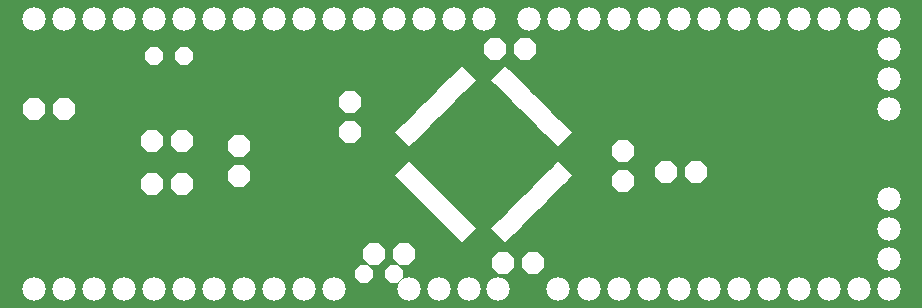
<source format=gbr>
G04 EAGLE Gerber RS-274X export*
G75*
%MOMM*%
%FSLAX34Y34*%
%LPD*%
%INSoldermask Top*%
%IPNEG*%
%AMOC8*
5,1,8,0,0,1.08239X$1,22.5*%
G01*
%ADD10P,1.951982X8X292.500000*%
%ADD11P,1.951982X8X22.500000*%
%ADD12P,1.951982X8X202.500000*%
%ADD13R,1.678200X0.503200*%
%ADD14C,1.981200*%
%ADD15P,1.649562X8X202.500000*%
%ADD16P,1.649562X8X22.500000*%
%ADD17P,1.951982X8X112.500000*%


D10*
X287700Y177800D03*
X287700Y152400D03*
D11*
X120300Y108900D03*
X145700Y108900D03*
D10*
X518800Y136700D03*
X518800Y111300D03*
D11*
X410400Y222900D03*
X435800Y222900D03*
D12*
X442700Y42100D03*
X417300Y42100D03*
D11*
X19700Y172100D03*
X45100Y172100D03*
X554700Y118600D03*
X580100Y118600D03*
X307880Y49000D03*
X333280Y49000D03*
X120300Y145000D03*
X145700Y145000D03*
D13*
G36*
X341322Y124097D02*
X329456Y112231D01*
X325898Y115789D01*
X337764Y127655D01*
X341322Y124097D01*
G37*
G36*
X344857Y120561D02*
X332991Y108695D01*
X329433Y112253D01*
X341299Y124119D01*
X344857Y120561D01*
G37*
G36*
X348393Y117026D02*
X336527Y105160D01*
X332969Y108718D01*
X344835Y120584D01*
X348393Y117026D01*
G37*
G36*
X351928Y113490D02*
X340062Y101624D01*
X336504Y105182D01*
X348370Y117048D01*
X351928Y113490D01*
G37*
G36*
X355464Y109955D02*
X343598Y98089D01*
X340040Y101647D01*
X351906Y113513D01*
X355464Y109955D01*
G37*
G36*
X358999Y106419D02*
X347133Y94553D01*
X343575Y98111D01*
X355441Y109977D01*
X358999Y106419D01*
G37*
G36*
X362535Y102884D02*
X350669Y91018D01*
X347111Y94576D01*
X358977Y106442D01*
X362535Y102884D01*
G37*
G36*
X366070Y99348D02*
X354204Y87482D01*
X350646Y91040D01*
X362512Y102906D01*
X366070Y99348D01*
G37*
G36*
X369606Y95812D02*
X357740Y83946D01*
X354182Y87504D01*
X366048Y99370D01*
X369606Y95812D01*
G37*
G36*
X373142Y92277D02*
X361276Y80411D01*
X357718Y83969D01*
X369584Y95835D01*
X373142Y92277D01*
G37*
G36*
X376677Y88741D02*
X364811Y76875D01*
X361253Y80433D01*
X373119Y92299D01*
X376677Y88741D01*
G37*
G36*
X380213Y85206D02*
X368347Y73340D01*
X364789Y76898D01*
X376655Y88764D01*
X380213Y85206D01*
G37*
G36*
X383748Y81670D02*
X371882Y69804D01*
X368324Y73362D01*
X380190Y85228D01*
X383748Y81670D01*
G37*
G36*
X387284Y78135D02*
X375418Y66269D01*
X371860Y69827D01*
X383726Y81693D01*
X387284Y78135D01*
G37*
G36*
X390819Y74599D02*
X378953Y62733D01*
X375395Y66291D01*
X387261Y78157D01*
X390819Y74599D01*
G37*
G36*
X394355Y71064D02*
X382489Y59198D01*
X378931Y62756D01*
X390797Y74622D01*
X394355Y71064D01*
G37*
G36*
X410603Y74622D02*
X422469Y62756D01*
X418911Y59198D01*
X407045Y71064D01*
X410603Y74622D01*
G37*
G36*
X414139Y78157D02*
X426005Y66291D01*
X422447Y62733D01*
X410581Y74599D01*
X414139Y78157D01*
G37*
G36*
X417674Y81693D02*
X429540Y69827D01*
X425982Y66269D01*
X414116Y78135D01*
X417674Y81693D01*
G37*
G36*
X421210Y85228D02*
X433076Y73362D01*
X429518Y69804D01*
X417652Y81670D01*
X421210Y85228D01*
G37*
G36*
X424745Y88764D02*
X436611Y76898D01*
X433053Y73340D01*
X421187Y85206D01*
X424745Y88764D01*
G37*
G36*
X428281Y92299D02*
X440147Y80433D01*
X436589Y76875D01*
X424723Y88741D01*
X428281Y92299D01*
G37*
G36*
X431816Y95835D02*
X443682Y83969D01*
X440124Y80411D01*
X428258Y92277D01*
X431816Y95835D01*
G37*
G36*
X435352Y99370D02*
X447218Y87504D01*
X443660Y83946D01*
X431794Y95812D01*
X435352Y99370D01*
G37*
G36*
X438888Y102906D02*
X450754Y91040D01*
X447196Y87482D01*
X435330Y99348D01*
X438888Y102906D01*
G37*
G36*
X442423Y106442D02*
X454289Y94576D01*
X450731Y91018D01*
X438865Y102884D01*
X442423Y106442D01*
G37*
G36*
X445959Y109977D02*
X457825Y98111D01*
X454267Y94553D01*
X442401Y106419D01*
X445959Y109977D01*
G37*
G36*
X449494Y113513D02*
X461360Y101647D01*
X457802Y98089D01*
X445936Y109955D01*
X449494Y113513D01*
G37*
G36*
X453030Y117048D02*
X464896Y105182D01*
X461338Y101624D01*
X449472Y113490D01*
X453030Y117048D01*
G37*
G36*
X456565Y120584D02*
X468431Y108718D01*
X464873Y105160D01*
X453007Y117026D01*
X456565Y120584D01*
G37*
G36*
X460101Y124119D02*
X471967Y112253D01*
X468409Y108695D01*
X456543Y120561D01*
X460101Y124119D01*
G37*
G36*
X463636Y127655D02*
X475502Y115789D01*
X471944Y112231D01*
X460078Y124097D01*
X463636Y127655D01*
G37*
G36*
X475502Y152211D02*
X463636Y140345D01*
X460078Y143903D01*
X471944Y155769D01*
X475502Y152211D01*
G37*
G36*
X471967Y155747D02*
X460101Y143881D01*
X456543Y147439D01*
X468409Y159305D01*
X471967Y155747D01*
G37*
G36*
X468431Y159282D02*
X456565Y147416D01*
X453007Y150974D01*
X464873Y162840D01*
X468431Y159282D01*
G37*
G36*
X464896Y162818D02*
X453030Y150952D01*
X449472Y154510D01*
X461338Y166376D01*
X464896Y162818D01*
G37*
G36*
X461360Y166353D02*
X449494Y154487D01*
X445936Y158045D01*
X457802Y169911D01*
X461360Y166353D01*
G37*
G36*
X457825Y169889D02*
X445959Y158023D01*
X442401Y161581D01*
X454267Y173447D01*
X457825Y169889D01*
G37*
G36*
X454289Y173424D02*
X442423Y161558D01*
X438865Y165116D01*
X450731Y176982D01*
X454289Y173424D01*
G37*
G36*
X450754Y176960D02*
X438888Y165094D01*
X435330Y168652D01*
X447196Y180518D01*
X450754Y176960D01*
G37*
G36*
X447218Y180496D02*
X435352Y168630D01*
X431794Y172188D01*
X443660Y184054D01*
X447218Y180496D01*
G37*
G36*
X443682Y184031D02*
X431816Y172165D01*
X428258Y175723D01*
X440124Y187589D01*
X443682Y184031D01*
G37*
G36*
X440147Y187567D02*
X428281Y175701D01*
X424723Y179259D01*
X436589Y191125D01*
X440147Y187567D01*
G37*
G36*
X436611Y191102D02*
X424745Y179236D01*
X421187Y182794D01*
X433053Y194660D01*
X436611Y191102D01*
G37*
G36*
X433076Y194638D02*
X421210Y182772D01*
X417652Y186330D01*
X429518Y198196D01*
X433076Y194638D01*
G37*
G36*
X429540Y198173D02*
X417674Y186307D01*
X414116Y189865D01*
X425982Y201731D01*
X429540Y198173D01*
G37*
G36*
X426005Y201709D02*
X414139Y189843D01*
X410581Y193401D01*
X422447Y205267D01*
X426005Y201709D01*
G37*
G36*
X422469Y205244D02*
X410603Y193378D01*
X407045Y196936D01*
X418911Y208802D01*
X422469Y205244D01*
G37*
G36*
X382489Y208802D02*
X394355Y196936D01*
X390797Y193378D01*
X378931Y205244D01*
X382489Y208802D01*
G37*
G36*
X378953Y205267D02*
X390819Y193401D01*
X387261Y189843D01*
X375395Y201709D01*
X378953Y205267D01*
G37*
G36*
X375418Y201731D02*
X387284Y189865D01*
X383726Y186307D01*
X371860Y198173D01*
X375418Y201731D01*
G37*
G36*
X371882Y198196D02*
X383748Y186330D01*
X380190Y182772D01*
X368324Y194638D01*
X371882Y198196D01*
G37*
G36*
X368347Y194660D02*
X380213Y182794D01*
X376655Y179236D01*
X364789Y191102D01*
X368347Y194660D01*
G37*
G36*
X364811Y191125D02*
X376677Y179259D01*
X373119Y175701D01*
X361253Y187567D01*
X364811Y191125D01*
G37*
G36*
X361276Y187589D02*
X373142Y175723D01*
X369584Y172165D01*
X357718Y184031D01*
X361276Y187589D01*
G37*
G36*
X357740Y184054D02*
X369606Y172188D01*
X366048Y168630D01*
X354182Y180496D01*
X357740Y184054D01*
G37*
G36*
X354204Y180518D02*
X366070Y168652D01*
X362512Y165094D01*
X350646Y176960D01*
X354204Y180518D01*
G37*
G36*
X350669Y176982D02*
X362535Y165116D01*
X358977Y161558D01*
X347111Y173424D01*
X350669Y176982D01*
G37*
G36*
X347133Y173447D02*
X358999Y161581D01*
X355441Y158023D01*
X343575Y169889D01*
X347133Y173447D01*
G37*
G36*
X343598Y169911D02*
X355464Y158045D01*
X351906Y154487D01*
X340040Y166353D01*
X343598Y169911D01*
G37*
G36*
X340062Y166376D02*
X351928Y154510D01*
X348370Y150952D01*
X336504Y162818D01*
X340062Y166376D01*
G37*
G36*
X336527Y162840D02*
X348393Y150974D01*
X344835Y147416D01*
X332969Y159282D01*
X336527Y162840D01*
G37*
G36*
X332991Y159305D02*
X344857Y147439D01*
X341299Y143881D01*
X329433Y155747D01*
X332991Y159305D01*
G37*
G36*
X329456Y155769D02*
X341322Y143903D01*
X337764Y140345D01*
X325898Y152211D01*
X329456Y155769D01*
G37*
D14*
X718200Y248300D03*
X743600Y248300D03*
X591200Y19700D03*
X616600Y19700D03*
X743600Y197500D03*
X743600Y19700D03*
X692800Y248300D03*
X718200Y19700D03*
X692800Y19700D03*
X743600Y172100D03*
X540400Y19700D03*
X667400Y248300D03*
X463500Y19700D03*
X515000Y19700D03*
X667400Y19700D03*
X642000Y19700D03*
X413100Y19700D03*
X515000Y248300D03*
X70500Y19700D03*
X172100Y19700D03*
X616600Y248300D03*
X146700Y19700D03*
X197500Y19700D03*
X642000Y248300D03*
X591200Y248300D03*
X540400Y248300D03*
X565800Y248300D03*
X337200Y19700D03*
X362600Y19700D03*
X388000Y19700D03*
X349900Y248300D03*
X273700Y248300D03*
X299100Y248300D03*
X222900Y19700D03*
X222900Y248300D03*
X197500Y248300D03*
X172100Y248300D03*
X146700Y248300D03*
X248300Y248300D03*
X375300Y248300D03*
X95900Y248300D03*
X70500Y248300D03*
X489600Y19700D03*
X743600Y45100D03*
X324500Y248300D03*
X743600Y70500D03*
X743600Y95900D03*
X464200Y248300D03*
X438800Y248300D03*
X489600Y248300D03*
X400700Y248300D03*
X121300Y248300D03*
X45100Y248300D03*
X19700Y248300D03*
X19700Y19700D03*
X743600Y222900D03*
X273700Y19700D03*
X248300Y19700D03*
X121300Y19700D03*
X95900Y19700D03*
X45100Y19700D03*
X565800Y19700D03*
D15*
X146700Y216900D03*
X121300Y216900D03*
D16*
X299100Y32400D03*
X324500Y32400D03*
D17*
X193800Y115300D03*
X193800Y140700D03*
M02*

</source>
